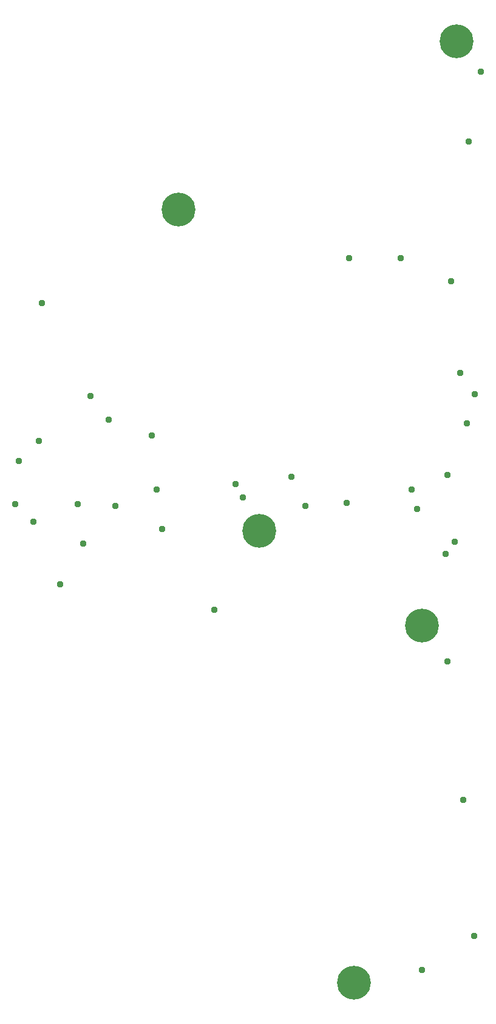
<source format=gbr>
G04 EAGLE Gerber RS-274X export*
G75*
%MOMM*%
%FSLAX34Y34*%
%LPD*%
%INSoldermask Bottom*%
%IPPOS*%
%AMOC8*
5,1,8,0,0,1.08239X$1,22.5*%
G01*
%ADD10C,4.719200*%
%ADD11C,0.959600*%


D10*
X1507500Y2465000D03*
X1120000Y2230000D03*
X1232500Y1782500D03*
X1460000Y1650000D03*
X1365000Y1152500D03*
D11*
X1358100Y2162500D03*
X1430000Y2162500D03*
X1460000Y1170000D03*
X1532500Y1217500D03*
X1445000Y1840000D03*
X997500Y1970000D03*
X1022500Y1937500D03*
X955000Y1707500D03*
X1200000Y1847500D03*
X930000Y2100000D03*
X1525000Y2325000D03*
X897500Y1880000D03*
X980000Y1820000D03*
X1495000Y1600000D03*
X1492500Y1750000D03*
X1170000Y1672500D03*
X1032500Y1817500D03*
X1210000Y1828822D03*
X1355000Y1821178D03*
X1517500Y1407500D03*
X1505000Y1767500D03*
X892500Y1820000D03*
X917500Y1795000D03*
X987500Y1765000D03*
X1097500Y1785000D03*
X1090000Y1840000D03*
X1082500Y1915000D03*
X925000Y1907500D03*
X1500000Y2130000D03*
X1522500Y1932500D03*
X1541900Y2422500D03*
X1533106Y1972500D03*
X1452500Y1812500D03*
X1297500Y1817500D03*
X1277500Y1857500D03*
X1513106Y2002500D03*
X1495000Y1860000D03*
M02*

</source>
